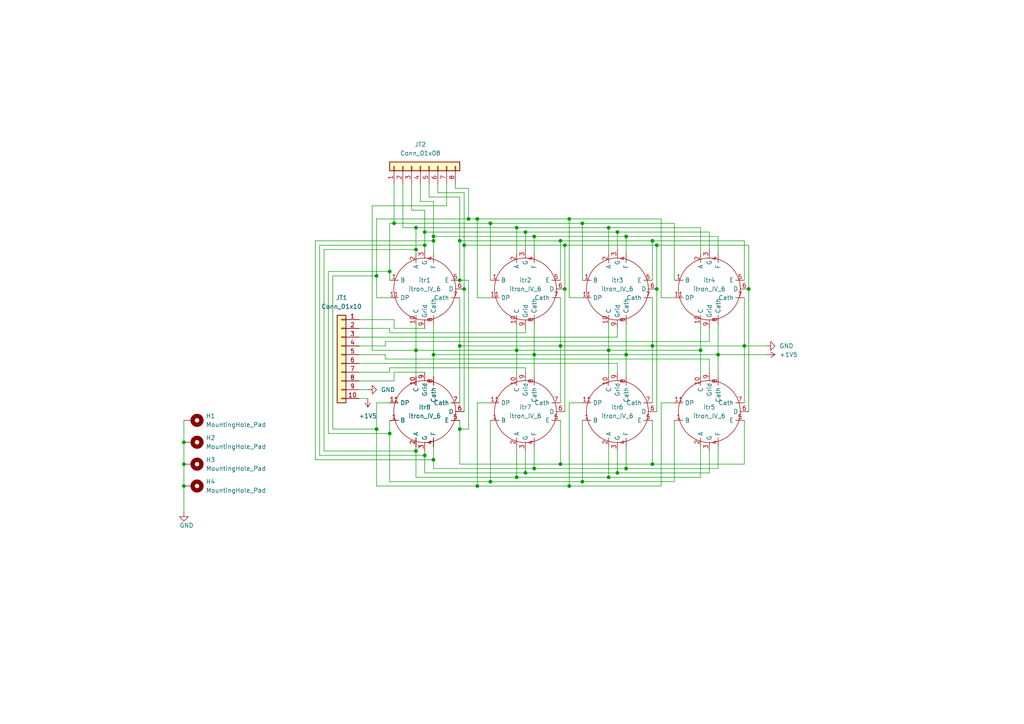
<source format=kicad_sch>
(kicad_sch (version 20211123) (generator eeschema)
  (paper "A4")
  (title_block (title "Divergence Meter - logic board") (date "2022") (company "Made by Toohka / Okarisu"))
  (lib_symbols
    (symbol "Connector_Generic:Conn_01x08" (pin_names (offset 1.016) hide)
      (property "Reference" "J" (at 0 10.16 0))
      (property "Value" "Conn_01x08" (at 0 -12.7 0))
      (symbol "Conn_01x08_1_1"
        (rectangle (start -1.27 -10.033) (end 0 -10.287) (stroke (width 0.1524)))
        (rectangle (start -1.27 -7.493) (end 0 -7.747) (stroke (width 0.1524)))
        (rectangle (start -1.27 -4.953) (end 0 -5.207) (stroke (width 0.1524)))
        (rectangle (start -1.27 -2.413) (end 0 -2.667) (stroke (width 0.1524)))
        (rectangle (start -1.27 0.127) (end 0 -0.127) (stroke (width 0.1524)))
        (rectangle (start -1.27 2.667) (end 0 2.413) (stroke (width 0.1524)))
        (rectangle (start -1.27 5.207) (end 0 4.953) (stroke (width 0.1524)))
        (rectangle (start -1.27 7.747) (end 0 7.493) (stroke (width 0.1524)))
        (rectangle (start -1.27 8.89) (end 1.27 -11.43) (stroke (width 0.254)) (fill (type background)))
        (pin passive line (at -5.08 7.62 0) (length 3.81) (name "Pin_1") (number "1"))
        (pin passive line (at -5.08 5.08 0) (length 3.81) (name "Pin_2") (number "2"))
        (pin passive line (at -5.08 2.54 0) (length 3.81) (name "Pin_3") (number "3"))
        (pin passive line (at -5.08 0 0) (length 3.81) (name "Pin_4") (number "4"))
        (pin passive line (at -5.08 -2.54 0) (length 3.81) (name "Pin_5") (number "5"))
        (pin passive line (at -5.08 -5.08 0) (length 3.81) (name "Pin_6") (number "6"))
        (pin passive line (at -5.08 -7.62 0) (length 3.81) (name "Pin_7") (number "7"))
        (pin passive line (at -5.08 -10.16 0) (length 3.81) (name "Pin_8") (number "8"))
      )
    )
    (symbol "Connector_Generic:Conn_01x10" (pin_names (offset 1.016) hide)
      (property "Reference" "J" (at 0 12.7 0))
      (property "Value" "Conn_01x10" (at 0 -15.24 0))
      (symbol "Conn_01x10_1_1"
        (rectangle (start -1.27 -12.573) (end 0 -12.827) (stroke (width 0.1524)))
        (rectangle (start -1.27 -10.033) (end 0 -10.287) (stroke (width 0.1524)))
        (rectangle (start -1.27 -7.493) (end 0 -7.747) (stroke (width 0.1524)))
        (rectangle (start -1.27 -4.953) (end 0 -5.207) (stroke (width 0.1524)))
        (rectangle (start -1.27 -2.413) (end 0 -2.667) (stroke (width 0.1524)))
        (rectangle (start -1.27 0.127) (end 0 -0.127) (stroke (width 0.1524)))
        (rectangle (start -1.27 2.667) (end 0 2.413) (stroke (width 0.1524)))
        (rectangle (start -1.27 5.207) (end 0 4.953) (stroke (width 0.1524)))
        (rectangle (start -1.27 7.747) (end 0 7.493) (stroke (width 0.1524)))
        (rectangle (start -1.27 10.287) (end 0 10.033) (stroke (width 0.1524)))
        (rectangle (start -1.27 11.43) (end 1.27 -13.97) (stroke (width 0.254)) (fill (type background)))
        (pin passive line (at -5.08 10.16 0) (length 3.81) (name "Pin_1") (number "1"))
        (pin passive line (at -5.08 -12.7 0) (length 3.81) (name "Pin_10") (number "10"))
        (pin passive line (at -5.08 7.62 0) (length 3.81) (name "Pin_2") (number "2"))
        (pin passive line (at -5.08 5.08 0) (length 3.81) (name "Pin_3") (number "3"))
        (pin passive line (at -5.08 2.54 0) (length 3.81) (name "Pin_4") (number "4"))
        (pin passive line (at -5.08 0 0) (length 3.81) (name "Pin_5") (number "5"))
        (pin passive line (at -5.08 -2.54 0) (length 3.81) (name "Pin_6") (number "6"))
        (pin passive line (at -5.08 -5.08 0) (length 3.81) (name "Pin_7") (number "7"))
        (pin passive line (at -5.08 -7.62 0) (length 3.81) (name "Pin_8") (number "8"))
        (pin passive line (at -5.08 -10.16 0) (length 3.81) (name "Pin_9") (number "9"))
      )
    )
    (symbol "Mechanical:MountingHole_Pad" (pin_numbers hide) (pin_names (offset 1.016) hide)
      (property "Reference" "H" (at 0 6.35 0))
      (property "Value" "MountingHole_Pad" (at 0 4.445 0))
      (symbol "MountingHole_Pad_0_1"
        (circle (center 0 1.27) (radius 1.27) (stroke (width 1.27)))
      )
      (symbol "MountingHole_Pad_1_1"
        (pin input line (at 0 -2.54 90) (length 2.54) (name "1") (number "1"))
      )
    )
    (symbol "itron_iv_6:itron_IV_6"
      (property "Reference" "itr" (at 0 0 0))
      (property "Value" "itron_IV_6" (at -10.16 -5.08 0))
      (symbol "itron_IV_6_0_1"
        (circle (center 0 -13.97) (radius 8.9803))
      )
      (symbol "itron_IV_6_1_1"
        (pin input line (at -10.16 -11.43 0) (length 2.54) (name "B") (number "1"))
        (pin input line (at -2.54 -24.13 90) (length 2.54) (name "C") (number "10"))
        (pin input line (at -10.16 -16.51 0) (length 2.54) (name "DP") (number "11"))
        (pin input line (at -2.54 -3.81 270) (length 2.54) (name "A") (number "2"))
        (pin input line (at 0 -2.54 270) (length 2.54) (name "G") (number "3"))
        (pin input line (at 2.54 -3.81 270) (length 2.54) (name "F") (number "4"))
        (pin input line (at 10.16 -11.43 180) (length 2.54) (name "E") (number "5"))
        (pin input line (at 11.43 -13.97 180) (length 2.54) (name "D") (number "6"))
        (pin input line (at 10.16 -16.51 180) (length 2.54) (name "Cath") (number "7"))
        (pin input line (at 2.54 -24.13 90) (length 2.54) (name "Cath") (number "8"))
        (pin input line (at 0 -25.4 90) (length 2.54) (name "Grid") (number "9"))
      )
    )
    (symbol "power:+1V5" (power) (pin_names (offset 0))
      (property "Value" "+1V5" (at 0 3.556 0))
      (symbol "+1V5_0_1"
        (polyline (pts (xy -0.762 1.27) (xy 0 2.54)))
        (polyline (pts (xy 0 0) (xy 0 2.54)))
        (polyline (pts (xy 0 2.54) (xy 0.762 1.27)))
      )
      (symbol "+1V5_1_1"
        (pin power_in line (at 0 0 90) (length 0) hide (name "+1V5") (number "1"))
      )
    )
    (symbol "power:GND" (power) (pin_names (offset 0))
      (property "Value" "GND" (at 0 -3.81 0))
      (symbol "GND_0_1"
        (polyline (pts (xy 0 0) (xy 0 -1.27) (xy 1.27 -1.27) (xy 0 -2.54) (xy -1.27 -1.27) (xy 0 -1.27)))
      )
      (symbol "GND_1_1"
        (pin power_in line (at 0 0 270) (length 0) hide (name "GND") (number "1"))
      )
    )
  )
  (junction (at 189.23 100.33))
  (junction (at 133.35 100.33))
  (junction (at 162.56 69.85))
  (junction (at 53.34 128.27))
  (junction (at 154.94 68.58))
  (junction (at 190.5 83.82))
  (junction (at 125.73 133.35))
  (junction (at 152.4 137.16))
  (junction (at 138.43 63.5))
  (junction (at 163.83 83.82))
  (junction (at 154.94 135.89))
  (junction (at 163.83 71.12))
  (junction (at 203.2 101.6))
  (junction (at 149.86 138.43))
  (junction (at 133.35 69.85))
  (junction (at 149.86 66.04))
  (junction (at 176.53 101.6))
  (junction (at 168.91 139.7))
  (junction (at 125.73 102.87))
  (junction (at 133.35 124.46))
  (junction (at 208.28 102.87))
  (junction (at 217.17 83.82))
  (junction (at 189.23 69.85))
  (junction (at 179.07 137.16))
  (junction (at 165.1 63.5))
  (junction (at 120.65 101.6))
  (junction (at 109.22 124.46))
  (junction (at 123.19 71.12))
  (junction (at 165.1 140.97))
  (junction (at 162.56 100.33))
  (junction (at 113.03 125.73))
  (junction (at 181.61 102.87))
  (junction (at 134.62 83.82))
  (junction (at 53.34 140.97))
  (junction (at 176.53 138.43))
  (junction (at 189.23 134.62))
  (junction (at 149.86 101.6))
  (junction (at 120.65 72.39))
  (junction (at 133.35 81.28))
  (junction (at 181.61 135.89))
  (junction (at 168.91 64.77))
  (junction (at 120.65 66.04))
  (junction (at 114.3 64.77))
  (junction (at 154.94 102.87))
  (junction (at 134.62 71.12))
  (junction (at 176.53 66.04))
  (junction (at 181.61 68.58))
  (junction (at 120.65 130.81))
  (junction (at 138.43 140.97))
  (junction (at 152.4 67.31))
  (junction (at 53.34 134.62))
  (junction (at 109.22 80.01))
  (junction (at 190.5 71.12))
  (junction (at 142.24 139.7))
  (junction (at 113.03 78.74))
  (junction (at 215.9 100.33))
  (junction (at 162.56 134.62))
  (junction (at 135.89 63.5))
  (junction (at 123.19 132.08))
  (junction (at 123.19 67.31))
  (junction (at 125.73 69.85))
  (junction (at 179.07 67.31))
  (junction (at 142.24 64.77))
  (junction (at 125.73 68.58))
  (wire (pts (xy 119.38 60.96) (xy 123.19 60.96)))
  (wire (pts (xy 179.07 95.25) (xy 179.07 97.79)))
  (wire (pts (xy 134.62 55.88) (xy 127 55.88)))
  (wire (pts (xy 149.86 66.04) (xy 120.65 66.04)))
  (wire (pts (xy 123.19 60.96) (xy 123.19 67.31)))
  (wire (pts (xy 179.07 67.31) (xy 179.07 72.39)))
  (wire (pts (xy 176.53 66.04) (xy 149.86 66.04)))
  (wire (pts (xy 123.19 71.12) (xy 92.71 71.12)))
  (wire (pts (xy 135.89 81.28) (xy 133.35 81.28)))
  (wire (pts (xy 179.07 105.41) (xy 179.07 107.95)))
  (wire (pts (xy 133.35 100.33) (xy 162.56 100.33)))
  (wire (pts (xy 138.43 140.97) (xy 165.1 140.97)))
  (wire (pts (xy 162.56 69.85) (xy 162.56 81.28)))
  (wire (pts (xy 189.23 121.92) (xy 189.23 134.62)))
  (wire (pts (xy 120.65 93.98) (xy 120.65 101.6)))
  (wire (pts (xy 149.86 66.04) (xy 149.86 73.66)))
  (wire (pts (xy 181.61 68.58) (xy 208.28 68.58)))
  (wire (pts (xy 53.34 140.97) (xy 53.34 148.59)))
  (wire (pts (xy 109.22 124.46) (xy 96.52 124.46)))
  (wire (pts (xy 109.22 86.36) (xy 109.22 80.01)))
  (wire (pts (xy 134.62 83.82) (xy 134.62 119.38)))
  (wire (pts (xy 142.24 121.92) (xy 142.24 139.7)))
  (wire (pts (xy 168.91 64.77) (xy 195.58 64.77)))
  (wire (pts (xy 133.35 124.46) (xy 133.35 134.62)))
  (wire (pts (xy 205.74 95.25) (xy 205.74 99.06)))
  (wire (pts (xy 205.74 67.31) (xy 179.07 67.31)))
  (wire (pts (xy 176.53 129.54) (xy 176.53 138.43)))
  (wire (pts (xy 205.74 130.81) (xy 205.74 137.16)))
  (wire (pts (xy 114.3 110.49) (xy 114.3 107.95)))
  (wire (pts (xy 133.35 69.85) (xy 133.35 57.15)))
  (wire (pts (xy 133.35 134.62) (xy 162.56 134.62)))
  (wire (pts (xy 125.73 69.85) (xy 125.73 68.58)))
  (wire (pts (xy 125.73 93.98) (xy 125.73 102.87)))
  (wire (pts (xy 190.5 83.82) (xy 190.5 119.38)))
  (wire (pts (xy 208.28 129.54) (xy 208.28 135.89)))
  (wire (pts (xy 120.65 72.39) (xy 120.65 73.66)))
  (wire (pts (xy 125.73 58.42) (xy 121.92 58.42)))
  (wire (pts (xy 120.65 129.54) (xy 120.65 130.81)))
  (wire (pts (xy 149.86 93.98) (xy 149.86 101.6)))
  (wire (pts (xy 133.35 69.85) (xy 162.56 69.85)))
  (wire (pts (xy 149.86 138.43) (xy 176.53 138.43)))
  (wire (pts (xy 176.53 101.6) (xy 203.2 101.6)))
  (wire (pts (xy 104.14 97.79) (xy 179.07 97.79)))
  (wire (pts (xy 134.62 71.12) (xy 134.62 55.88)))
  (wire (pts (xy 107.95 59.69) (xy 129.54 59.69)))
  (wire (pts (xy 162.56 69.85) (xy 189.23 69.85)))
  (wire (pts (xy 152.4 67.31) (xy 152.4 72.39)))
  (wire (pts (xy 152.4 106.68) (xy 152.4 107.95)))
  (wire (pts (xy 113.03 121.92) (xy 113.03 125.73)))
  (wire (pts (xy 113.03 78.74) (xy 113.03 64.77)))
  (wire (pts (xy 154.94 102.87) (xy 154.94 109.22)))
  (wire (pts (xy 208.28 93.98) (xy 208.28 102.87)))
  (wire (pts (xy 190.5 71.12) (xy 217.17 71.12)))
  (wire (pts (xy 93.98 130.81) (xy 93.98 72.39)))
  (wire (pts (xy 181.61 102.87) (xy 208.28 102.87)))
  (wire (pts (xy 152.4 67.31) (xy 123.19 67.31)))
  (wire (pts (xy 120.65 66.04) (xy 120.65 72.39)))
  (wire (pts (xy 208.28 68.58) (xy 208.28 73.66)))
  (wire (pts (xy 132.08 54.61) (xy 132.08 53.34)))
  (wire (pts (xy 109.22 140.97) (xy 138.43 140.97)))
  (wire (pts (xy 154.94 93.98) (xy 154.94 102.87)))
  (wire (pts (xy 191.77 116.84) (xy 195.58 116.84)))
  (wire (pts (xy 179.07 67.31) (xy 152.4 67.31)))
  (wire (pts (xy 203.2 66.04) (xy 176.53 66.04)))
  (wire (pts (xy 208.28 135.89) (xy 181.61 135.89)))
  (wire (pts (xy 124.46 57.15) (xy 124.46 53.34)))
  (wire (pts (xy 134.62 71.12) (xy 134.62 83.82)))
  (wire (pts (xy 113.03 96.52) (xy 152.4 96.52)))
  (wire (pts (xy 113.03 106.68) (xy 152.4 106.68)))
  (wire (pts (xy 53.34 128.27) (xy 53.34 134.62)))
  (wire (pts (xy 121.92 58.42) (xy 121.92 53.34)))
  (wire (pts (xy 190.5 71.12) (xy 190.5 83.82)))
  (wire (pts (xy 208.28 102.87) (xy 208.28 109.22)))
  (wire (pts (xy 120.65 130.81) (xy 93.98 130.81)))
  (wire (pts (xy 104.14 102.87) (xy 111.76 102.87)))
  (wire (pts (xy 189.23 86.36) (xy 189.23 100.33)))
  (wire (pts (xy 123.19 132.08) (xy 123.19 130.81)))
  (wire (pts (xy 133.35 86.36) (xy 133.35 100.33)))
  (wire (pts (xy 205.74 99.06) (xy 111.76 99.06)))
  (wire (pts (xy 114.3 107.95) (xy 123.19 107.95)))
  (wire (pts (xy 107.95 59.69) (xy 107.95 101.6)))
  (wire (pts (xy 203.2 73.66) (xy 203.2 66.04)))
  (wire (pts (xy 96.52 124.46) (xy 96.52 80.01)))
  (wire (pts (xy 189.23 100.33) (xy 189.23 116.84)))
  (wire (pts (xy 189.23 134.62) (xy 162.56 134.62)))
  (wire (pts (xy 195.58 139.7) (xy 195.58 121.92)))
  (wire (pts (xy 120.65 101.6) (xy 107.95 101.6)))
  (wire (pts (xy 205.74 137.16) (xy 179.07 137.16)))
  (wire (pts (xy 53.34 134.62) (xy 53.34 140.97)))
  (wire (pts (xy 95.25 78.74) (xy 113.03 78.74)))
  (wire (pts (xy 133.35 100.33) (xy 133.35 116.84)))
  (wire (pts (xy 114.3 95.25) (xy 114.3 92.71)))
  (wire (pts (xy 113.03 139.7) (xy 142.24 139.7)))
  (wire (pts (xy 152.4 130.81) (xy 152.4 137.16)))
  (wire (pts (xy 149.86 129.54) (xy 149.86 138.43)))
  (wire (pts (xy 149.86 101.6) (xy 149.86 109.22)))
  (wire (pts (xy 134.62 71.12) (xy 163.83 71.12)))
  (wire (pts (xy 133.35 121.92) (xy 133.35 124.46)))
  (wire (pts (xy 191.77 140.97) (xy 191.77 116.84)))
  (wire (pts (xy 162.56 134.62) (xy 162.56 121.92)))
  (wire (pts (xy 120.65 130.81) (xy 120.65 138.43)))
  (wire (pts (xy 123.19 71.12) (xy 123.19 72.39)))
  (wire (pts (xy 215.9 86.36) (xy 215.9 100.33)))
  (wire (pts (xy 123.19 137.16) (xy 123.19 132.08)))
  (wire (pts (xy 181.61 93.98) (xy 181.61 102.87)))
  (wire (pts (xy 113.03 86.36) (xy 109.22 86.36)))
  (wire (pts (xy 138.43 116.84) (xy 142.24 116.84)))
  (wire (pts (xy 162.56 100.33) (xy 189.23 100.33)))
  (wire (pts (xy 217.17 71.12) (xy 217.17 83.82)))
  (wire (pts (xy 125.73 133.35) (xy 91.44 133.35)))
  (wire (pts (xy 114.3 53.34) (xy 114.3 64.77)))
  (wire (pts (xy 165.1 63.5) (xy 191.77 63.5)))
  (wire (pts (xy 93.98 72.39) (xy 120.65 72.39)))
  (wire (pts (xy 165.1 63.5) (xy 165.1 86.36)))
  (wire (pts (xy 138.43 63.5) (xy 138.43 86.36)))
  (wire (pts (xy 189.23 69.85) (xy 215.9 69.85)))
  (wire (pts (xy 181.61 135.89) (xy 154.94 135.89)))
  (wire (pts (xy 149.86 101.6) (xy 176.53 101.6)))
  (wire (pts (xy 215.9 134.62) (xy 189.23 134.62)))
  (wire (pts (xy 165.1 86.36) (xy 168.91 86.36)))
  (wire (pts (xy 191.77 63.5) (xy 191.77 86.36)))
  (wire (pts (xy 154.94 68.58) (xy 181.61 68.58)))
  (wire (pts (xy 125.73 133.35) (xy 125.73 135.89)))
  (wire (pts (xy 133.35 57.15) (xy 124.46 57.15)))
  (wire (pts (xy 165.1 116.84) (xy 168.91 116.84)))
  (wire (pts (xy 133.35 124.46) (xy 135.89 124.46)))
  (wire (pts (xy 176.53 66.04) (xy 176.53 73.66)))
  (wire (pts (xy 215.9 100.33) (xy 215.9 116.84)))
  (wire (pts (xy 125.73 73.66) (xy 125.73 69.85)))
  (wire (pts (xy 163.83 71.12) (xy 190.5 71.12)))
  (wire (pts (xy 123.19 67.31) (xy 123.19 71.12)))
  (wire (pts (xy 163.83 83.82) (xy 163.83 119.38)))
  (wire (pts (xy 113.03 125.73) (xy 95.25 125.73)))
  (wire (pts (xy 111.76 102.87) (xy 111.76 104.14)))
  (wire (pts (xy 154.94 102.87) (xy 181.61 102.87)))
  (wire (pts (xy 165.1 140.97) (xy 191.77 140.97)))
  (wire (pts (xy 135.89 124.46) (xy 135.89 81.28)))
  (wire (pts (xy 113.03 64.77) (xy 114.3 64.77)))
  (wire (pts (xy 176.53 93.98) (xy 176.53 101.6)))
  (wire (pts (xy 215.9 121.92) (xy 215.9 134.62)))
  (wire (pts (xy 203.2 101.6) (xy 203.2 109.22)))
  (wire (pts (xy 189.23 69.85) (xy 189.23 81.28)))
  (wire (pts (xy 135.89 63.5) (xy 135.89 54.61)))
  (wire (pts (xy 165.1 140.97) (xy 165.1 116.84)))
  (wire (pts (xy 138.43 140.97) (xy 138.43 116.84)))
  (wire (pts (xy 133.35 81.28) (xy 133.35 69.85)))
  (wire (pts (xy 138.43 63.5) (xy 165.1 63.5)))
  (wire (pts (xy 135.89 63.5) (xy 138.43 63.5)))
  (wire (pts (xy 125.73 102.87) (xy 154.94 102.87)))
  (wire (pts (xy 181.61 129.54) (xy 181.61 135.89)))
  (wire (pts (xy 109.22 124.46) (xy 109.22 140.97)))
  (wire (pts (xy 104.14 113.03) (xy 106.68 113.03)))
  (wire (pts (xy 125.73 68.58) (xy 154.94 68.58)))
  (wire (pts (xy 53.34 121.92) (xy 53.34 128.27)))
  (wire (pts (xy 114.3 92.71) (xy 104.14 92.71)))
  (wire (pts (xy 125.73 68.58) (xy 125.73 58.42)))
  (wire (pts (xy 119.38 53.34) (xy 119.38 60.96)))
  (wire (pts (xy 114.3 64.77) (xy 142.24 64.77)))
  (wire (pts (xy 215.9 100.33) (xy 222.25 100.33)))
  (wire (pts (xy 189.23 100.33) (xy 215.9 100.33)))
  (wire (pts (xy 120.65 101.6) (xy 149.86 101.6)))
  (wire (pts (xy 217.17 83.82) (xy 217.17 119.38)))
  (wire (pts (xy 129.54 59.69) (xy 129.54 53.34)))
  (wire (pts (xy 176.53 101.6) (xy 176.53 109.22)))
  (wire (pts (xy 104.14 95.25) (xy 113.03 95.25)))
  (wire (pts (xy 163.83 71.12) (xy 163.83 83.82)))
  (wire (pts (xy 125.73 135.89) (xy 154.94 135.89)))
  (wire (pts (xy 203.2 93.98) (xy 203.2 101.6)))
  (wire (pts (xy 195.58 64.77) (xy 195.58 81.28)))
  (wire (pts (xy 127 55.88) (xy 127 53.34)))
  (wire (pts (xy 179.07 130.81) (xy 179.07 137.16)))
  (wire (pts (xy 113.03 116.84) (xy 109.22 116.84)))
  (wire (pts (xy 123.19 95.25) (xy 114.3 95.25)))
  (wire (pts (xy 181.61 102.87) (xy 181.61 109.22)))
  (wire (pts (xy 181.61 68.58) (xy 181.61 73.66)))
  (wire (pts (xy 125.73 129.54) (xy 125.73 133.35)))
  (wire (pts (xy 113.03 95.25) (xy 113.03 96.52)))
  (wire (pts (xy 109.22 116.84) (xy 109.22 124.46)))
  (wire (pts (xy 215.9 69.85) (xy 215.9 81.28)))
  (wire (pts (xy 116.84 66.04) (xy 120.65 66.04)))
  (wire (pts (xy 168.91 139.7) (xy 168.91 121.92)))
  (wire (pts (xy 111.76 104.14) (xy 205.74 104.14)))
  (wire (pts (xy 152.4 137.16) (xy 123.19 137.16)))
  (wire (pts (xy 109.22 63.5) (xy 135.89 63.5)))
  (wire (pts (xy 142.24 64.77) (xy 168.91 64.77)))
  (wire (pts (xy 116.84 53.34) (xy 116.84 66.04)))
  (wire (pts (xy 205.74 72.39) (xy 205.74 67.31)))
  (wire (pts (xy 95.25 125.73) (xy 95.25 78.74)))
  (wire (pts (xy 154.94 135.89) (xy 154.94 129.54)))
  (wire (pts (xy 138.43 86.36) (xy 142.24 86.36)))
  (wire (pts (xy 120.65 138.43) (xy 149.86 138.43)))
  (wire (pts (xy 104.14 105.41) (xy 179.07 105.41)))
  (wire (pts (xy 135.89 54.61) (xy 132.08 54.61)))
  (wire (pts (xy 92.71 71.12) (xy 92.71 132.08)))
  (wire (pts (xy 168.91 139.7) (xy 195.58 139.7)))
  (wire (pts (xy 162.56 86.36) (xy 162.56 100.33)))
  (wire (pts (xy 91.44 69.85) (xy 125.73 69.85)))
  (wire (pts (xy 168.91 64.77) (xy 168.91 81.28)))
  (wire (pts (xy 125.73 102.87) (xy 125.73 109.22)))
  (wire (pts (xy 113.03 125.73) (xy 113.03 139.7)))
  (wire (pts (xy 109.22 80.01) (xy 109.22 63.5)))
  (wire (pts (xy 96.52 80.01) (xy 109.22 80.01)))
  (wire (pts (xy 113.03 107.95) (xy 113.03 106.68)))
  (wire (pts (xy 152.4 95.25) (xy 152.4 96.52)))
  (wire (pts (xy 142.24 64.77) (xy 142.24 81.28)))
  (wire (pts (xy 91.44 133.35) (xy 91.44 69.85)))
  (wire (pts (xy 111.76 100.33) (xy 104.14 100.33)))
  (wire (pts (xy 208.28 102.87) (xy 222.25 102.87)))
  (wire (pts (xy 162.56 100.33) (xy 162.56 116.84)))
  (wire (pts (xy 104.14 107.95) (xy 113.03 107.95)))
  (wire (pts (xy 205.74 104.14) (xy 205.74 107.95)))
  (wire (pts (xy 179.07 137.16) (xy 152.4 137.16)))
  (wire (pts (xy 191.77 86.36) (xy 195.58 86.36)))
  (wire (pts (xy 111.76 99.06) (xy 111.76 100.33)))
  (wire (pts (xy 142.24 139.7) (xy 168.91 139.7)))
  (wire (pts (xy 113.03 81.28) (xy 113.03 78.74)))
  (wire (pts (xy 104.14 110.49) (xy 114.3 110.49)))
  (wire (pts (xy 154.94 68.58) (xy 154.94 73.66)))
  (wire (pts (xy 120.65 101.6) (xy 120.65 109.22)))
  (wire (pts (xy 176.53 138.43) (xy 203.2 138.43)))
  (wire (pts (xy 203.2 138.43) (xy 203.2 129.54)))
  (wire (pts (xy 92.71 132.08) (xy 123.19 132.08)))
  (wire (pts (xy 104.14 115.57) (xy 106.68 115.57)))
  (symbol (lib_id "power:+1V5") (at 106.68 115.57 180) (unit 1)
    (property "Reference" "#PWR0104" (effects hide))
    (property "Value" "+1V5" (at 106.68 120.65 0))
  )
  (symbol (lib_id "Connector_Generic:Conn_01x10") (at 99.06 102.87 0) (mirror y) (unit 1)
    (property "Reference" "JT1" (at 99.06 86.36 0))
    (property "Value" "Conn_01x10" (at 99.06 88.9 0))
    (property "Footprint" "Connector_PinHeader_2.54mm:PinHeader_1x10_P2.54mm_Vertical" (effects hide))
  )
  (symbol (lib_id "itron_iv_6:itron_IV_6") (at 123.19 69.85 0) (unit 1)
    (property "Reference" "itr1" (at 123.19 81.28 0))
    (property "Value" "itron_IV_6" (at 123.19 83.82 0))
    (property "Footprint" "Itron:itron_IV_6" (effects hide))
  )
  (symbol (lib_id "itron_iv_6:itron_IV_6") (at 179.07 133.35 0) (mirror x) (unit 1)
    (property "Reference" "itr6" (at 179.07 118.11 0))
    (property "Value" "itron_IV_6" (at 179.07 120.65 0))
    (property "Footprint" "Itron:itron_IV_6" (effects hide))
  )
  (symbol (lib_id "power:GND") (at 53.34 148.59 0) (unit 1)
    (property "Reference" "#PWR?" (effects hide))
    (property "Value" "GND" (at 52.07 152.4 0) (effects (justify left)))
  )
  (symbol (lib_id "Mechanical:MountingHole_Pad") (at 55.88 140.97 270) (unit 1)
    (property "Reference" "H4" (at 59.69 139.6999 90) (effects (justify left)))
    (property "Value" "MountingHole_Pad" (at 59.69 142.2399 90) (effects (justify left)))
    (property "Footprint" "MountingHole:MountingHole_3.5mm_Pad_Via" (effects hide))
  )
  (symbol (lib_id "itron_iv_6:itron_IV_6") (at 205.74 69.85 0) (unit 1)
    (property "Reference" "itr4" (at 205.74 81.28 0))
    (property "Value" "itron_IV_6" (at 205.74 83.82 0))
    (property "Footprint" "Itron:itron_IV_6" (effects hide))
  )
  (symbol (lib_id "itron_iv_6:itron_IV_6") (at 123.19 133.35 0) (mirror x) (unit 1)
    (property "Reference" "itr8" (at 123.19 118.11 0))
    (property "Value" "itron_IV_6" (at 123.19 120.65 0))
    (property "Footprint" "Itron:itron_IV_6" (effects hide))
  )
  (symbol (lib_id "power:+1V5") (at 222.25 102.87 270) (unit 1)
    (property "Reference" "#PWR0102" (effects hide))
    (property "Value" "+1V5" (at 226.06 102.8699 90) (effects (justify left)))
  )
  (symbol (lib_id "power:GND") (at 222.25 100.33 90) (unit 1)
    (property "Reference" "#PWR?" (effects hide))
    (property "Value" "GND" (at 226.06 100.3299 90) (effects (justify right)))
  )
  (symbol (lib_id "Mechanical:MountingHole_Pad") (at 55.88 128.27 270) (unit 1)
    (property "Reference" "H2" (at 59.69 126.9999 90) (effects (justify left)))
    (property "Value" "MountingHole_Pad" (at 59.69 129.5399 90) (effects (justify left)))
    (property "Footprint" "MountingHole:MountingHole_3.5mm_Pad_Via" (effects hide))
  )
  (symbol (lib_id "power:GND") (at 106.68 113.03 90) (unit 1)
    (property "Reference" "#PWR?" (effects hide))
    (property "Value" "GND" (at 110.49 113.0299 90) (effects (justify right)))
  )
  (symbol (lib_id "itron_iv_6:itron_IV_6") (at 205.74 133.35 0) (mirror x) (unit 1)
    (property "Reference" "itr5" (at 205.74 118.11 0))
    (property "Value" "itron_IV_6" (at 205.74 120.65 0))
    (property "Footprint" "Itron:itron_IV_6" (effects hide))
  )
  (symbol (lib_id "Mechanical:MountingHole_Pad") (at 55.88 121.92 270) (unit 1)
    (property "Reference" "H1" (at 59.69 120.6499 90) (effects (justify left)))
    (property "Value" "MountingHole_Pad" (at 59.69 123.1899 90) (effects (justify left)))
    (property "Footprint" "MountingHole:MountingHole_3.5mm_Pad_Via" (effects hide))
  )
  (symbol (lib_id "Connector_Generic:Conn_01x08") (at 121.92 48.26 90) (unit 1)
    (property "Reference" "JT2" (at 121.92 41.91 90))
    (property "Value" "Conn_01x08" (at 121.92 44.45 90))
    (property "Footprint" "Connector_PinHeader_2.54mm:PinHeader_1x08_P2.54mm_Vertical" (effects hide))
  )
  (symbol (lib_id "itron_iv_6:itron_IV_6") (at 152.4 69.85 0) (unit 1)
    (property "Reference" "itr2" (at 152.4 81.28 0))
    (property "Value" "itron_IV_6" (at 152.4 83.82 0))
    (property "Footprint" "Itron:itron_IV_6" (effects hide))
  )
  (symbol (lib_id "itron_iv_6:itron_IV_6") (at 179.07 69.85 0) (unit 1)
    (property "Reference" "itr3" (at 179.07 81.28 0))
    (property "Value" "itron_IV_6" (at 179.07 83.82 0))
    (property "Footprint" "Itron:itron_IV_6" (effects hide))
  )
  (symbol (lib_id "itron_iv_6:itron_IV_6") (at 152.4 133.35 0) (mirror x) (unit 1)
    (property "Reference" "itr7" (at 152.4 118.11 0))
    (property "Value" "itron_IV_6" (at 152.4 120.65 0))
    (property "Footprint" "Itron:itron_IV_6" (effects hide))
  )
  (symbol (lib_id "Mechanical:MountingHole_Pad") (at 55.88 134.62 270) (unit 1)
    (property "Reference" "H3" (at 59.69 133.3499 90) (effects (justify left)))
    (property "Value" "MountingHole_Pad" (at 59.69 135.8899 90) (effects (justify left)))
    (property "Footprint" "MountingHole:MountingHole_3.5mm_Pad_Via" (effects hide))
  )
)
</source>
